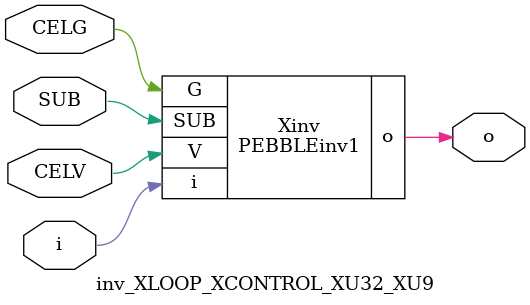
<source format=v>



module PEBBLEinv1 ( o, G, SUB, V, i );

  input V;
  input i;
  input G;
  output o;
  input SUB;
endmodule

//Celera Confidential Do Not Copy inv_XLOOP_XCONTROL_XU32_XU9
//Celera Confidential Symbol Generator
//5V Inverter
module inv_XLOOP_XCONTROL_XU32_XU9 (CELV,CELG,i,o,SUB);
input CELV;
input CELG;
input i;
input SUB;
output o;

//Celera Confidential Do Not Copy inv
PEBBLEinv1 Xinv(
.V (CELV),
.i (i),
.o (o),
.SUB (SUB),
.G (CELG)
);
//,diesize,PEBBLEinv1

//Celera Confidential Do Not Copy Module End
//Celera Schematic Generator
endmodule

</source>
